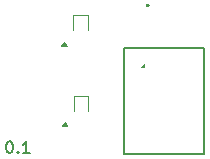
<source format=gto>
%TF.GenerationSoftware,KiCad,Pcbnew,9.0.6-9.0.6~ubuntu22.04.1*%
%TF.CreationDate,2026-01-23T17:02:29+00:00*%
%TF.ProjectId,vm_i2c_pulse_oximeter,766d5f69-3263-45f7-9075-6c73655f6f78,0.1*%
%TF.SameCoordinates,PX577fe70PY4b1a130*%
%TF.FileFunction,Legend,Top*%
%TF.FilePolarity,Positive*%
%FSLAX45Y45*%
G04 Gerber Fmt 4.5, Leading zero omitted, Abs format (unit mm)*
G04 Created by KiCad (PCBNEW 9.0.6-9.0.6~ubuntu22.04.1) date 2026-01-23 17:02:29*
%MOMM*%
%LPD*%
G01*
G04 APERTURE LIST*
%ADD10C,0.200000*%
%ADD11C,0.250000*%
%ADD12C,0.120000*%
G04 APERTURE END LIST*
D10*
X50000Y275000D02*
X725000Y275000D01*
X725000Y-625000D01*
X50000Y-625000D01*
X50000Y275000D01*
X-923985Y-516722D02*
X-914461Y-516722D01*
X-914461Y-516722D02*
X-904937Y-521484D01*
X-904937Y-521484D02*
X-900176Y-526246D01*
X-900176Y-526246D02*
X-895414Y-535770D01*
X-895414Y-535770D02*
X-890652Y-554817D01*
X-890652Y-554817D02*
X-890652Y-578627D01*
X-890652Y-578627D02*
X-895414Y-597674D01*
X-895414Y-597674D02*
X-900176Y-607198D01*
X-900176Y-607198D02*
X-904937Y-611960D01*
X-904937Y-611960D02*
X-914461Y-616722D01*
X-914461Y-616722D02*
X-923985Y-616722D01*
X-923985Y-616722D02*
X-933509Y-611960D01*
X-933509Y-611960D02*
X-938271Y-607198D01*
X-938271Y-607198D02*
X-943033Y-597674D01*
X-943033Y-597674D02*
X-947795Y-578627D01*
X-947795Y-578627D02*
X-947795Y-554817D01*
X-947795Y-554817D02*
X-943033Y-535770D01*
X-943033Y-535770D02*
X-938271Y-526246D01*
X-938271Y-526246D02*
X-933509Y-521484D01*
X-933509Y-521484D02*
X-923985Y-516722D01*
X-847795Y-607198D02*
X-843033Y-611960D01*
X-843033Y-611960D02*
X-847795Y-616722D01*
X-847795Y-616722D02*
X-852556Y-611960D01*
X-852556Y-611960D02*
X-847795Y-607198D01*
X-847795Y-607198D02*
X-847795Y-616722D01*
X-747795Y-616722D02*
X-804937Y-616722D01*
X-776366Y-616722D02*
X-776366Y-516722D01*
X-776366Y-516722D02*
X-785890Y-531008D01*
X-785890Y-531008D02*
X-795414Y-540531D01*
X-795414Y-540531D02*
X-804937Y-545293D01*
D11*
%TO.C,U2*%
X256250Y634000D02*
G75*
G02*
X244250Y634000I-6000J0D01*
G01*
X244250Y634000D02*
G75*
G02*
X256250Y634000I6000J0D01*
G01*
D12*
%TO.C,Q2*%
X-429750Y-384000D02*
X-477750Y-384000D01*
X-453750Y-351000D01*
X-429750Y-384000D01*
G36*
X-429750Y-384000D02*
G01*
X-477750Y-384000D01*
X-453750Y-351000D01*
X-429750Y-384000D01*
G37*
%TO.C,Q1*%
X-434750Y291000D02*
X-482750Y291000D01*
X-458750Y324000D01*
X-434750Y291000D01*
G36*
X-434750Y291000D02*
G01*
X-482750Y291000D01*
X-458750Y324000D01*
X-434750Y291000D01*
G37*
%TO.C,U1*%
X218500Y110000D02*
X190500Y110000D01*
X218500Y138000D01*
X218500Y110000D01*
G36*
X218500Y110000D02*
G01*
X190500Y110000D01*
X218500Y138000D01*
X218500Y110000D01*
G37*
%TO.C,D2*%
X-374750Y-134000D02*
X-374750Y-265000D01*
X-252750Y-134000D02*
X-374750Y-134000D01*
X-252750Y-134000D02*
X-252750Y-265000D01*
%TO.C,D1*%
X-379750Y556000D02*
X-379750Y425000D01*
X-257750Y556000D02*
X-379750Y556000D01*
X-257750Y556000D02*
X-257750Y425000D01*
%TD*%
M02*

</source>
